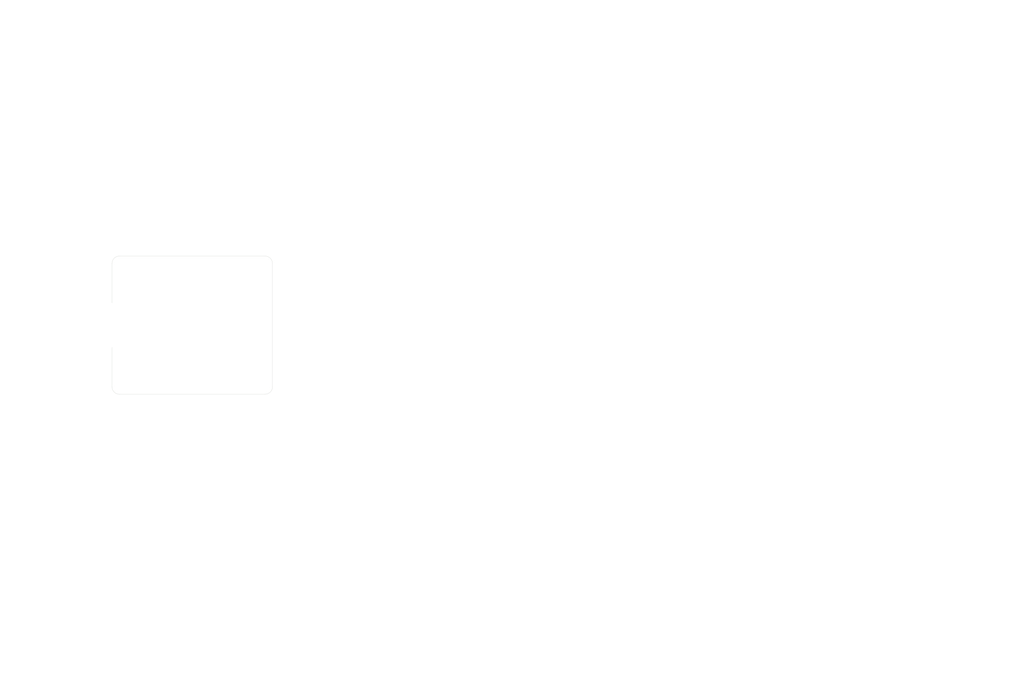
<source format=kicad_pcb>
(kicad_pcb (version 20240108) (generator "pcbnew") (generator_version "8.0")
  (title_block (title "Example Project") (date "2025-02-16") (company "SteamaCo"))
  (layers (0 "F.Cu" signal) (31 "B.Cu" signal) (34 "B.Paste" user) (35 "F.Paste" user) (36 "B.SilkS" user "B.Silkscreen") (37 "F.SilkS" user "F.Silkscreen") (38 "B.Mask" user) (39 "F.Mask" user) (44 "Edge.Cuts" user))
  (net 0 "")
  (footprint "MountingHole:MountingHole_2.7mm_M2.5" (layer "F.Cu") (at 241.87868 126.87868)
    (property "Reference" "MH2" (hide yes))
    (property "Value" "MountingHole_2.7mm_M2.5" (hide yes))
    (pad "" np_thru_hole circle (at 0 0) (size 2.7 2.7) (drill 2.7) (layers "*.Cu" "*.Mask"))
  )
  (footprint "MountingHole:MountingHole_2.7mm_M2.5" (layer "F.Cu") (at 183.87868 175.87868)
    (property "Reference" "MH3" (hide yes))
    (property "Value" "MountingHole_2.7mm_M2.5" (hide yes))
    (pad "" np_thru_hole circle (at 0 0) (size 2.7 2.7) (drill 2.7) (layers "*.Cu" "*.Mask"))
  )
  (footprint "MountingHole:MountingHole_2.7mm_M2.5" (layer "F.Cu") (at 183.87868 126.87868)
    (property "Reference" "MH1" (hide yes))
    (property "Value" "MountingHole_2.7mm_M2.5" (hide yes))
    (pad "" np_thru_hole circle (at 0 0) (size 2.7 2.7) (drill 2.7) (layers "*.Cu" "*.Mask"))
  )
  (footprint "MountingHole:MountingHole_2.7mm_M2.5" (layer "F.Cu") (at 241.87868 175.87868)
    (property "Reference" "MH4" (hide yes))
    (property "Value" "MountingHole_2.7mm_M2.5" (hide yes))
    (pad "" np_thru_hole circle (at 0 0) (size 2.7 2.7) (drill 2.7) (layers "*.Cu" "*.Mask"))
  )
  (gr_arc (start 242.37868 123.37868) (mid 244.5 124.25736) (end 245.37868 126.37868) (stroke (width 0.1)) (layer "Edge.Cuts"))
  (gr_line (start 245.37868 176.37868) (end 245.37868 126.37868) (stroke (width 0.1)) (layer "Edge.Cuts"))
  (gr_line (start 180.37868 126.37868) (end 180.37868 142.37868) (stroke (width 0.1)) (layer "Edge.Cuts"))
  (gr_arc (start 183.37868 179.37868) (mid 181.25736 178.5) (end 180.37868 176.37868) (stroke (width 0.1)) (layer "Edge.Cuts"))
  (gr_line (start 183.37868 179.37868) (end 242.37868 179.37868) (stroke (width 0.1)) (layer "Edge.Cuts"))
  (gr_arc (start 245.37868 176.37868) (mid 244.5 178.5) (end 242.37868 179.37868) (stroke (width 0.1)) (layer "Edge.Cuts"))
  (gr_arc (start 180.37868 126.37868) (mid 181.25736 124.25736) (end 183.37868 123.37868) (stroke (width 0.1)) (layer "Edge.Cuts"))
  (gr_line (start 180.37868 160.37868) (end 180.37868 176.37868) (stroke (width 0.1)) (layer "Edge.Cuts"))
  (gr_line (start 242.37868 123.37868) (end 183.37868 123.37868) (stroke (width 0.1)) (layer "Edge.Cuts"))
)
</source>
